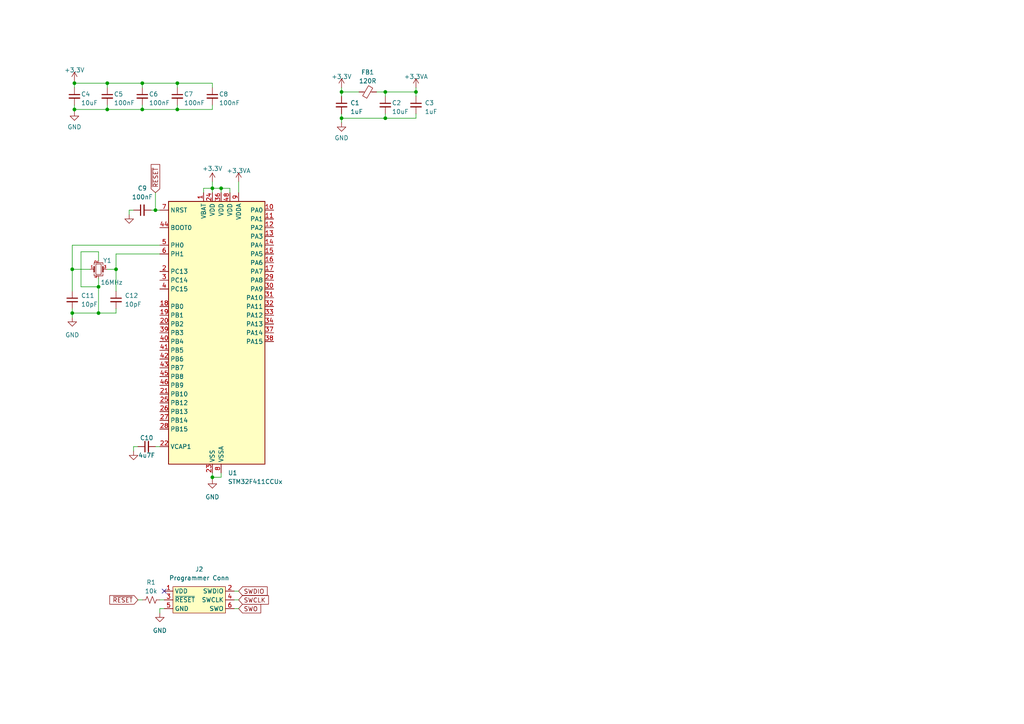
<source format=kicad_sch>
(kicad_sch (version 20230121) (generator eeschema)

  (uuid 6d75b15b-3f94-441d-8633-e669895d332e)

  (paper "A4")

  (lib_symbols
    (symbol "ATL:TC2030" (in_bom yes) (on_board yes)
      (property "Reference" "J" (at 0 5.08 0)
        (effects (font (size 1.27 1.27)))
      )
      (property "Value" "TC2030" (at 0 -5.08 0)
        (effects (font (size 1.27 1.27)))
      )
      (property "Footprint" "Connector:Tag-Connect_TC2030-IDC-NL_2x03_P1.27mm_Vertical" (at 0 0 0)
        (effects (font (size 1.27 1.27)) hide)
      )
      (property "Datasheet" "" (at 0 0 0)
        (effects (font (size 1.27 1.27)) hide)
      )
      (property "ki_fp_filters" "TC2030 2x03" (at 0 0 0)
        (effects (font (size 1.27 1.27)) hide)
      )
      (symbol "TC2030_0_1"
        (rectangle (start -7.62 3.81) (end 7.62 -3.81)
          (stroke (width 0) (type default))
          (fill (type background))
        )
      )
      (symbol "TC2030_1_1"
        (pin power_in line (at -10.16 2.54 0) (length 2.54)
          (name "VDD" (effects (font (size 1.27 1.27))))
          (number "1" (effects (font (size 1.27 1.27))))
        )
        (pin power_in line (at 10.16 2.54 180) (length 2.54)
          (name "SWDIO" (effects (font (size 1.27 1.27))))
          (number "2" (effects (font (size 1.27 1.27))))
        )
        (pin power_in line (at -10.16 0 0) (length 2.54)
          (name "~{RESET}" (effects (font (size 1.27 1.27))))
          (number "3" (effects (font (size 1.27 1.27))))
        )
        (pin power_in line (at 10.16 0 180) (length 2.54)
          (name "SWCLK" (effects (font (size 1.27 1.27))))
          (number "4" (effects (font (size 1.27 1.27))))
        )
        (pin power_in line (at -10.16 -2.54 0) (length 2.54)
          (name "GND" (effects (font (size 1.27 1.27))))
          (number "5" (effects (font (size 1.27 1.27))))
        )
        (pin bidirectional line (at 10.16 -2.54 180) (length 2.54)
          (name "SWO" (effects (font (size 1.27 1.27))))
          (number "6" (effects (font (size 1.27 1.27))))
        )
      )
    )
    (symbol "Device:C_Small" (pin_numbers hide) (pin_names (offset 0.254) hide) (in_bom yes) (on_board yes)
      (property "Reference" "C" (at 0.254 1.778 0)
        (effects (font (size 1.27 1.27)) (justify left))
      )
      (property "Value" "C_Small" (at 0.254 -2.032 0)
        (effects (font (size 1.27 1.27)) (justify left))
      )
      (property "Footprint" "" (at 0 0 0)
        (effects (font (size 1.27 1.27)) hide)
      )
      (property "Datasheet" "~" (at 0 0 0)
        (effects (font (size 1.27 1.27)) hide)
      )
      (property "ki_keywords" "capacitor cap" (at 0 0 0)
        (effects (font (size 1.27 1.27)) hide)
      )
      (property "ki_description" "Unpolarized capacitor, small symbol" (at 0 0 0)
        (effects (font (size 1.27 1.27)) hide)
      )
      (property "ki_fp_filters" "C_*" (at 0 0 0)
        (effects (font (size 1.27 1.27)) hide)
      )
      (symbol "C_Small_0_1"
        (polyline
          (pts
            (xy -1.524 -0.508)
            (xy 1.524 -0.508)
          )
          (stroke (width 0.3302) (type default))
          (fill (type none))
        )
        (polyline
          (pts
            (xy -1.524 0.508)
            (xy 1.524 0.508)
          )
          (stroke (width 0.3048) (type default))
          (fill (type none))
        )
      )
      (symbol "C_Small_1_1"
        (pin passive line (at 0 2.54 270) (length 2.032)
          (name "~" (effects (font (size 1.27 1.27))))
          (number "1" (effects (font (size 1.27 1.27))))
        )
        (pin passive line (at 0 -2.54 90) (length 2.032)
          (name "~" (effects (font (size 1.27 1.27))))
          (number "2" (effects (font (size 1.27 1.27))))
        )
      )
    )
    (symbol "Device:Crystal_GND24_Small" (pin_names (offset 1.016) hide) (in_bom yes) (on_board yes)
      (property "Reference" "Y" (at 1.27 4.445 0)
        (effects (font (size 1.27 1.27)) (justify left))
      )
      (property "Value" "Crystal_GND24_Small" (at 1.27 2.54 0)
        (effects (font (size 1.27 1.27)) (justify left))
      )
      (property "Footprint" "" (at 0 0 0)
        (effects (font (size 1.27 1.27)) hide)
      )
      (property "Datasheet" "~" (at 0 0 0)
        (effects (font (size 1.27 1.27)) hide)
      )
      (property "ki_keywords" "quartz ceramic resonator oscillator" (at 0 0 0)
        (effects (font (size 1.27 1.27)) hide)
      )
      (property "ki_description" "Four pin crystal, GND on pins 2 and 4, small symbol" (at 0 0 0)
        (effects (font (size 1.27 1.27)) hide)
      )
      (property "ki_fp_filters" "Crystal*" (at 0 0 0)
        (effects (font (size 1.27 1.27)) hide)
      )
      (symbol "Crystal_GND24_Small_0_1"
        (rectangle (start -0.762 -1.524) (end 0.762 1.524)
          (stroke (width 0) (type default))
          (fill (type none))
        )
        (polyline
          (pts
            (xy -1.27 -0.762)
            (xy -1.27 0.762)
          )
          (stroke (width 0.381) (type default))
          (fill (type none))
        )
        (polyline
          (pts
            (xy 1.27 -0.762)
            (xy 1.27 0.762)
          )
          (stroke (width 0.381) (type default))
          (fill (type none))
        )
        (polyline
          (pts
            (xy -1.27 -1.27)
            (xy -1.27 -1.905)
            (xy 1.27 -1.905)
            (xy 1.27 -1.27)
          )
          (stroke (width 0) (type default))
          (fill (type none))
        )
        (polyline
          (pts
            (xy -1.27 1.27)
            (xy -1.27 1.905)
            (xy 1.27 1.905)
            (xy 1.27 1.27)
          )
          (stroke (width 0) (type default))
          (fill (type none))
        )
      )
      (symbol "Crystal_GND24_Small_1_1"
        (pin passive line (at -2.54 0 0) (length 1.27)
          (name "1" (effects (font (size 1.27 1.27))))
          (number "1" (effects (font (size 0.762 0.762))))
        )
        (pin passive line (at 0 -2.54 90) (length 0.635)
          (name "2" (effects (font (size 1.27 1.27))))
          (number "2" (effects (font (size 0.762 0.762))))
        )
        (pin passive line (at 2.54 0 180) (length 1.27)
          (name "3" (effects (font (size 1.27 1.27))))
          (number "3" (effects (font (size 0.762 0.762))))
        )
        (pin passive line (at 0 2.54 270) (length 0.635)
          (name "4" (effects (font (size 1.27 1.27))))
          (number "4" (effects (font (size 0.762 0.762))))
        )
      )
    )
    (symbol "Device:FerriteBead_Small" (pin_numbers hide) (pin_names (offset 0)) (in_bom yes) (on_board yes)
      (property "Reference" "FB" (at 1.905 1.27 0)
        (effects (font (size 1.27 1.27)) (justify left))
      )
      (property "Value" "FerriteBead_Small" (at 1.905 -1.27 0)
        (effects (font (size 1.27 1.27)) (justify left))
      )
      (property "Footprint" "" (at -1.778 0 90)
        (effects (font (size 1.27 1.27)) hide)
      )
      (property "Datasheet" "~" (at 0 0 0)
        (effects (font (size 1.27 1.27)) hide)
      )
      (property "ki_keywords" "L ferrite bead inductor filter" (at 0 0 0)
        (effects (font (size 1.27 1.27)) hide)
      )
      (property "ki_description" "Ferrite bead, small symbol" (at 0 0 0)
        (effects (font (size 1.27 1.27)) hide)
      )
      (property "ki_fp_filters" "Inductor_* L_* *Ferrite*" (at 0 0 0)
        (effects (font (size 1.27 1.27)) hide)
      )
      (symbol "FerriteBead_Small_0_1"
        (polyline
          (pts
            (xy 0 -1.27)
            (xy 0 -0.7874)
          )
          (stroke (width 0) (type default))
          (fill (type none))
        )
        (polyline
          (pts
            (xy 0 0.889)
            (xy 0 1.2954)
          )
          (stroke (width 0) (type default))
          (fill (type none))
        )
        (polyline
          (pts
            (xy -1.8288 0.2794)
            (xy -1.1176 1.4986)
            (xy 1.8288 -0.2032)
            (xy 1.1176 -1.4224)
            (xy -1.8288 0.2794)
          )
          (stroke (width 0) (type default))
          (fill (type none))
        )
      )
      (symbol "FerriteBead_Small_1_1"
        (pin passive line (at 0 2.54 270) (length 1.27)
          (name "~" (effects (font (size 1.27 1.27))))
          (number "1" (effects (font (size 1.27 1.27))))
        )
        (pin passive line (at 0 -2.54 90) (length 1.27)
          (name "~" (effects (font (size 1.27 1.27))))
          (number "2" (effects (font (size 1.27 1.27))))
        )
      )
    )
    (symbol "Device:R_Small_US" (pin_numbers hide) (pin_names (offset 0.254) hide) (in_bom yes) (on_board yes)
      (property "Reference" "R" (at 0.762 0.508 0)
        (effects (font (size 1.27 1.27)) (justify left))
      )
      (property "Value" "R_Small_US" (at 0.762 -1.016 0)
        (effects (font (size 1.27 1.27)) (justify left))
      )
      (property "Footprint" "" (at 0 0 0)
        (effects (font (size 1.27 1.27)) hide)
      )
      (property "Datasheet" "~" (at 0 0 0)
        (effects (font (size 1.27 1.27)) hide)
      )
      (property "ki_keywords" "r resistor" (at 0 0 0)
        (effects (font (size 1.27 1.27)) hide)
      )
      (property "ki_description" "Resistor, small US symbol" (at 0 0 0)
        (effects (font (size 1.27 1.27)) hide)
      )
      (property "ki_fp_filters" "R_*" (at 0 0 0)
        (effects (font (size 1.27 1.27)) hide)
      )
      (symbol "R_Small_US_1_1"
        (polyline
          (pts
            (xy 0 0)
            (xy 1.016 -0.381)
            (xy 0 -0.762)
            (xy -1.016 -1.143)
            (xy 0 -1.524)
          )
          (stroke (width 0) (type default))
          (fill (type none))
        )
        (polyline
          (pts
            (xy 0 1.524)
            (xy 1.016 1.143)
            (xy 0 0.762)
            (xy -1.016 0.381)
            (xy 0 0)
          )
          (stroke (width 0) (type default))
          (fill (type none))
        )
        (pin passive line (at 0 2.54 270) (length 1.016)
          (name "~" (effects (font (size 1.27 1.27))))
          (number "1" (effects (font (size 1.27 1.27))))
        )
        (pin passive line (at 0 -2.54 90) (length 1.016)
          (name "~" (effects (font (size 1.27 1.27))))
          (number "2" (effects (font (size 1.27 1.27))))
        )
      )
    )
    (symbol "MCU_ST_STM32F4:STM32F411CCUx" (in_bom yes) (on_board yes)
      (property "Reference" "U" (at -12.7 39.37 0)
        (effects (font (size 1.27 1.27)) (justify left))
      )
      (property "Value" "STM32F411CCUx" (at 10.16 39.37 0)
        (effects (font (size 1.27 1.27)) (justify left))
      )
      (property "Footprint" "Package_DFN_QFN:QFN-48-1EP_7x7mm_P0.5mm_EP5.6x5.6mm" (at -12.7 -38.1 0)
        (effects (font (size 1.27 1.27)) (justify right) hide)
      )
      (property "Datasheet" "https://www.st.com/resource/en/datasheet/stm32f411cc.pdf" (at 0 0 0)
        (effects (font (size 1.27 1.27)) hide)
      )
      (property "ki_locked" "" (at 0 0 0)
        (effects (font (size 1.27 1.27)))
      )
      (property "ki_keywords" "Arm Cortex-M4 STM32F4 STM32F411" (at 0 0 0)
        (effects (font (size 1.27 1.27)) hide)
      )
      (property "ki_description" "STMicroelectronics Arm Cortex-M4 MCU, 256KB flash, 128KB RAM, 100 MHz, 1.7-3.6V, 36 GPIO, UFQFPN48" (at 0 0 0)
        (effects (font (size 1.27 1.27)) hide)
      )
      (property "ki_fp_filters" "QFN*1EP*7x7mm*P0.5mm*" (at 0 0 0)
        (effects (font (size 1.27 1.27)) hide)
      )
      (symbol "STM32F411CCUx_0_1"
        (rectangle (start -12.7 -38.1) (end 15.24 38.1)
          (stroke (width 0.254) (type default))
          (fill (type background))
        )
      )
      (symbol "STM32F411CCUx_1_1"
        (pin power_in line (at -2.54 40.64 270) (length 2.54)
          (name "VBAT" (effects (font (size 1.27 1.27))))
          (number "1" (effects (font (size 1.27 1.27))))
        )
        (pin bidirectional line (at 17.78 35.56 180) (length 2.54)
          (name "PA0" (effects (font (size 1.27 1.27))))
          (number "10" (effects (font (size 1.27 1.27))))
          (alternate "ADC1_IN0" bidirectional line)
          (alternate "SYS_WKUP" bidirectional line)
          (alternate "TIM2_CH1" bidirectional line)
          (alternate "TIM2_ETR" bidirectional line)
          (alternate "TIM5_CH1" bidirectional line)
          (alternate "USART2_CTS" bidirectional line)
        )
        (pin bidirectional line (at 17.78 33.02 180) (length 2.54)
          (name "PA1" (effects (font (size 1.27 1.27))))
          (number "11" (effects (font (size 1.27 1.27))))
          (alternate "ADC1_IN1" bidirectional line)
          (alternate "I2S4_SD" bidirectional line)
          (alternate "SPI4_MOSI" bidirectional line)
          (alternate "TIM2_CH2" bidirectional line)
          (alternate "TIM5_CH2" bidirectional line)
          (alternate "USART2_RTS" bidirectional line)
        )
        (pin bidirectional line (at 17.78 30.48 180) (length 2.54)
          (name "PA2" (effects (font (size 1.27 1.27))))
          (number "12" (effects (font (size 1.27 1.27))))
          (alternate "ADC1_IN2" bidirectional line)
          (alternate "I2S_CKIN" bidirectional line)
          (alternate "TIM2_CH3" bidirectional line)
          (alternate "TIM5_CH3" bidirectional line)
          (alternate "TIM9_CH1" bidirectional line)
          (alternate "USART2_TX" bidirectional line)
        )
        (pin bidirectional line (at 17.78 27.94 180) (length 2.54)
          (name "PA3" (effects (font (size 1.27 1.27))))
          (number "13" (effects (font (size 1.27 1.27))))
          (alternate "ADC1_IN3" bidirectional line)
          (alternate "I2S2_MCK" bidirectional line)
          (alternate "TIM2_CH4" bidirectional line)
          (alternate "TIM5_CH4" bidirectional line)
          (alternate "TIM9_CH2" bidirectional line)
          (alternate "USART2_RX" bidirectional line)
        )
        (pin bidirectional line (at 17.78 25.4 180) (length 2.54)
          (name "PA4" (effects (font (size 1.27 1.27))))
          (number "14" (effects (font (size 1.27 1.27))))
          (alternate "ADC1_IN4" bidirectional line)
          (alternate "I2S1_WS" bidirectional line)
          (alternate "I2S3_WS" bidirectional line)
          (alternate "SPI1_NSS" bidirectional line)
          (alternate "SPI3_NSS" bidirectional line)
          (alternate "USART2_CK" bidirectional line)
        )
        (pin bidirectional line (at 17.78 22.86 180) (length 2.54)
          (name "PA5" (effects (font (size 1.27 1.27))))
          (number "15" (effects (font (size 1.27 1.27))))
          (alternate "ADC1_IN5" bidirectional line)
          (alternate "I2S1_CK" bidirectional line)
          (alternate "SPI1_SCK" bidirectional line)
          (alternate "TIM2_CH1" bidirectional line)
          (alternate "TIM2_ETR" bidirectional line)
        )
        (pin bidirectional line (at 17.78 20.32 180) (length 2.54)
          (name "PA6" (effects (font (size 1.27 1.27))))
          (number "16" (effects (font (size 1.27 1.27))))
          (alternate "ADC1_IN6" bidirectional line)
          (alternate "I2S2_MCK" bidirectional line)
          (alternate "SDIO_CMD" bidirectional line)
          (alternate "SPI1_MISO" bidirectional line)
          (alternate "TIM1_BKIN" bidirectional line)
          (alternate "TIM3_CH1" bidirectional line)
        )
        (pin bidirectional line (at 17.78 17.78 180) (length 2.54)
          (name "PA7" (effects (font (size 1.27 1.27))))
          (number "17" (effects (font (size 1.27 1.27))))
          (alternate "ADC1_IN7" bidirectional line)
          (alternate "I2S1_SD" bidirectional line)
          (alternate "SPI1_MOSI" bidirectional line)
          (alternate "TIM1_CH1N" bidirectional line)
          (alternate "TIM3_CH2" bidirectional line)
        )
        (pin bidirectional line (at -15.24 7.62 0) (length 2.54)
          (name "PB0" (effects (font (size 1.27 1.27))))
          (number "18" (effects (font (size 1.27 1.27))))
          (alternate "ADC1_IN8" bidirectional line)
          (alternate "I2S5_CK" bidirectional line)
          (alternate "SPI5_SCK" bidirectional line)
          (alternate "TIM1_CH2N" bidirectional line)
          (alternate "TIM3_CH3" bidirectional line)
        )
        (pin bidirectional line (at -15.24 5.08 0) (length 2.54)
          (name "PB1" (effects (font (size 1.27 1.27))))
          (number "19" (effects (font (size 1.27 1.27))))
          (alternate "ADC1_IN9" bidirectional line)
          (alternate "I2S5_WS" bidirectional line)
          (alternate "SPI5_NSS" bidirectional line)
          (alternate "TIM1_CH3N" bidirectional line)
          (alternate "TIM3_CH4" bidirectional line)
        )
        (pin bidirectional line (at -15.24 17.78 0) (length 2.54)
          (name "PC13" (effects (font (size 1.27 1.27))))
          (number "2" (effects (font (size 1.27 1.27))))
          (alternate "RTC_AF1" bidirectional line)
        )
        (pin bidirectional line (at -15.24 2.54 0) (length 2.54)
          (name "PB2" (effects (font (size 1.27 1.27))))
          (number "20" (effects (font (size 1.27 1.27))))
        )
        (pin bidirectional line (at -15.24 -17.78 0) (length 2.54)
          (name "PB10" (effects (font (size 1.27 1.27))))
          (number "21" (effects (font (size 1.27 1.27))))
          (alternate "I2C2_SCL" bidirectional line)
          (alternate "I2S2_CK" bidirectional line)
          (alternate "I2S3_MCK" bidirectional line)
          (alternate "SDIO_D7" bidirectional line)
          (alternate "SPI2_SCK" bidirectional line)
          (alternate "TIM2_CH3" bidirectional line)
        )
        (pin power_out line (at -15.24 -33.02 0) (length 2.54)
          (name "VCAP1" (effects (font (size 1.27 1.27))))
          (number "22" (effects (font (size 1.27 1.27))))
        )
        (pin power_in line (at 0 -40.64 90) (length 2.54)
          (name "VSS" (effects (font (size 1.27 1.27))))
          (number "23" (effects (font (size 1.27 1.27))))
        )
        (pin power_in line (at 0 40.64 270) (length 2.54)
          (name "VDD" (effects (font (size 1.27 1.27))))
          (number "24" (effects (font (size 1.27 1.27))))
        )
        (pin bidirectional line (at -15.24 -20.32 0) (length 2.54)
          (name "PB12" (effects (font (size 1.27 1.27))))
          (number "25" (effects (font (size 1.27 1.27))))
          (alternate "I2C2_SMBA" bidirectional line)
          (alternate "I2S2_WS" bidirectional line)
          (alternate "I2S3_CK" bidirectional line)
          (alternate "I2S4_WS" bidirectional line)
          (alternate "SPI2_NSS" bidirectional line)
          (alternate "SPI3_SCK" bidirectional line)
          (alternate "SPI4_NSS" bidirectional line)
          (alternate "TIM1_BKIN" bidirectional line)
        )
        (pin bidirectional line (at -15.24 -22.86 0) (length 2.54)
          (name "PB13" (effects (font (size 1.27 1.27))))
          (number "26" (effects (font (size 1.27 1.27))))
          (alternate "I2S2_CK" bidirectional line)
          (alternate "I2S4_CK" bidirectional line)
          (alternate "SPI2_SCK" bidirectional line)
          (alternate "SPI4_SCK" bidirectional line)
          (alternate "TIM1_CH1N" bidirectional line)
        )
        (pin bidirectional line (at -15.24 -25.4 0) (length 2.54)
          (name "PB14" (effects (font (size 1.27 1.27))))
          (number "27" (effects (font (size 1.27 1.27))))
          (alternate "I2S2_ext_SD" bidirectional line)
          (alternate "SDIO_D6" bidirectional line)
          (alternate "SPI2_MISO" bidirectional line)
          (alternate "TIM1_CH2N" bidirectional line)
        )
        (pin bidirectional line (at -15.24 -27.94 0) (length 2.54)
          (name "PB15" (effects (font (size 1.27 1.27))))
          (number "28" (effects (font (size 1.27 1.27))))
          (alternate "ADC1_EXTI15" bidirectional line)
          (alternate "I2S2_SD" bidirectional line)
          (alternate "RTC_REFIN" bidirectional line)
          (alternate "SDIO_CK" bidirectional line)
          (alternate "SPI2_MOSI" bidirectional line)
          (alternate "TIM1_CH3N" bidirectional line)
        )
        (pin bidirectional line (at 17.78 15.24 180) (length 2.54)
          (name "PA8" (effects (font (size 1.27 1.27))))
          (number "29" (effects (font (size 1.27 1.27))))
          (alternate "I2C3_SCL" bidirectional line)
          (alternate "RCC_MCO_1" bidirectional line)
          (alternate "SDIO_D1" bidirectional line)
          (alternate "TIM1_CH1" bidirectional line)
          (alternate "USART1_CK" bidirectional line)
          (alternate "USB_OTG_FS_SOF" bidirectional line)
        )
        (pin bidirectional line (at -15.24 15.24 0) (length 2.54)
          (name "PC14" (effects (font (size 1.27 1.27))))
          (number "3" (effects (font (size 1.27 1.27))))
          (alternate "RCC_OSC32_IN" bidirectional line)
        )
        (pin bidirectional line (at 17.78 12.7 180) (length 2.54)
          (name "PA9" (effects (font (size 1.27 1.27))))
          (number "30" (effects (font (size 1.27 1.27))))
          (alternate "I2C3_SMBA" bidirectional line)
          (alternate "SDIO_D2" bidirectional line)
          (alternate "TIM1_CH2" bidirectional line)
          (alternate "USART1_TX" bidirectional line)
          (alternate "USB_OTG_FS_VBUS" bidirectional line)
        )
        (pin bidirectional line (at 17.78 10.16 180) (length 2.54)
          (name "PA10" (effects (font (size 1.27 1.27))))
          (number "31" (effects (font (size 1.27 1.27))))
          (alternate "I2S5_SD" bidirectional line)
          (alternate "SPI5_MOSI" bidirectional line)
          (alternate "TIM1_CH3" bidirectional line)
          (alternate "USART1_RX" bidirectional line)
          (alternate "USB_OTG_FS_ID" bidirectional line)
        )
        (pin bidirectional line (at 17.78 7.62 180) (length 2.54)
          (name "PA11" (effects (font (size 1.27 1.27))))
          (number "32" (effects (font (size 1.27 1.27))))
          (alternate "ADC1_EXTI11" bidirectional line)
          (alternate "SPI4_MISO" bidirectional line)
          (alternate "TIM1_CH4" bidirectional line)
          (alternate "USART1_CTS" bidirectional line)
          (alternate "USART6_TX" bidirectional line)
          (alternate "USB_OTG_FS_DM" bidirectional line)
        )
        (pin bidirectional line (at 17.78 5.08 180) (length 2.54)
          (name "PA12" (effects (font (size 1.27 1.27))))
          (number "33" (effects (font (size 1.27 1.27))))
          (alternate "SPI5_MISO" bidirectional line)
          (alternate "TIM1_ETR" bidirectional line)
          (alternate "USART1_RTS" bidirectional line)
          (alternate "USART6_RX" bidirectional line)
          (alternate "USB_OTG_FS_DP" bidirectional line)
        )
        (pin bidirectional line (at 17.78 2.54 180) (length 2.54)
          (name "PA13" (effects (font (size 1.27 1.27))))
          (number "34" (effects (font (size 1.27 1.27))))
          (alternate "SYS_JTMS-SWDIO" bidirectional line)
        )
        (pin passive line (at 0 -40.64 90) (length 2.54) hide
          (name "VSS" (effects (font (size 1.27 1.27))))
          (number "35" (effects (font (size 1.27 1.27))))
        )
        (pin power_in line (at 2.54 40.64 270) (length 2.54)
          (name "VDD" (effects (font (size 1.27 1.27))))
          (number "36" (effects (font (size 1.27 1.27))))
        )
        (pin bidirectional line (at 17.78 0 180) (length 2.54)
          (name "PA14" (effects (font (size 1.27 1.27))))
          (number "37" (effects (font (size 1.27 1.27))))
          (alternate "SYS_JTCK-SWCLK" bidirectional line)
        )
        (pin bidirectional line (at 17.78 -2.54 180) (length 2.54)
          (name "PA15" (effects (font (size 1.27 1.27))))
          (number "38" (effects (font (size 1.27 1.27))))
          (alternate "ADC1_EXTI15" bidirectional line)
          (alternate "I2S1_WS" bidirectional line)
          (alternate "I2S3_WS" bidirectional line)
          (alternate "SPI1_NSS" bidirectional line)
          (alternate "SPI3_NSS" bidirectional line)
          (alternate "SYS_JTDI" bidirectional line)
          (alternate "TIM2_CH1" bidirectional line)
          (alternate "TIM2_ETR" bidirectional line)
          (alternate "USART1_TX" bidirectional line)
        )
        (pin bidirectional line (at -15.24 0 0) (length 2.54)
          (name "PB3" (effects (font (size 1.27 1.27))))
          (number "39" (effects (font (size 1.27 1.27))))
          (alternate "I2C2_SDA" bidirectional line)
          (alternate "I2S1_CK" bidirectional line)
          (alternate "I2S3_CK" bidirectional line)
          (alternate "SPI1_SCK" bidirectional line)
          (alternate "SPI3_SCK" bidirectional line)
          (alternate "SYS_JTDO-SWO" bidirectional line)
          (alternate "TIM2_CH2" bidirectional line)
          (alternate "USART1_RX" bidirectional line)
        )
        (pin bidirectional line (at -15.24 12.7 0) (length 2.54)
          (name "PC15" (effects (font (size 1.27 1.27))))
          (number "4" (effects (font (size 1.27 1.27))))
          (alternate "ADC1_EXTI15" bidirectional line)
          (alternate "RCC_OSC32_OUT" bidirectional line)
        )
        (pin bidirectional line (at -15.24 -2.54 0) (length 2.54)
          (name "PB4" (effects (font (size 1.27 1.27))))
          (number "40" (effects (font (size 1.27 1.27))))
          (alternate "I2C3_SDA" bidirectional line)
          (alternate "I2S3_ext_SD" bidirectional line)
          (alternate "SDIO_D0" bidirectional line)
          (alternate "SPI1_MISO" bidirectional line)
          (alternate "SPI3_MISO" bidirectional line)
          (alternate "SYS_JTRST" bidirectional line)
          (alternate "TIM3_CH1" bidirectional line)
        )
        (pin bidirectional line (at -15.24 -5.08 0) (length 2.54)
          (name "PB5" (effects (font (size 1.27 1.27))))
          (number "41" (effects (font (size 1.27 1.27))))
          (alternate "I2C1_SMBA" bidirectional line)
          (alternate "I2S1_SD" bidirectional line)
          (alternate "I2S3_SD" bidirectional line)
          (alternate "SDIO_D3" bidirectional line)
          (alternate "SPI1_MOSI" bidirectional line)
          (alternate "SPI3_MOSI" bidirectional line)
          (alternate "TIM3_CH2" bidirectional line)
        )
        (pin bidirectional line (at -15.24 -7.62 0) (length 2.54)
          (name "PB6" (effects (font (size 1.27 1.27))))
          (number "42" (effects (font (size 1.27 1.27))))
          (alternate "I2C1_SCL" bidirectional line)
          (alternate "TIM4_CH1" bidirectional line)
          (alternate "USART1_TX" bidirectional line)
        )
        (pin bidirectional line (at -15.24 -10.16 0) (length 2.54)
          (name "PB7" (effects (font (size 1.27 1.27))))
          (number "43" (effects (font (size 1.27 1.27))))
          (alternate "I2C1_SDA" bidirectional line)
          (alternate "SDIO_D0" bidirectional line)
          (alternate "TIM4_CH2" bidirectional line)
          (alternate "USART1_RX" bidirectional line)
        )
        (pin input line (at -15.24 30.48 0) (length 2.54)
          (name "BOOT0" (effects (font (size 1.27 1.27))))
          (number "44" (effects (font (size 1.27 1.27))))
        )
        (pin bidirectional line (at -15.24 -12.7 0) (length 2.54)
          (name "PB8" (effects (font (size 1.27 1.27))))
          (number "45" (effects (font (size 1.27 1.27))))
          (alternate "I2C1_SCL" bidirectional line)
          (alternate "I2C3_SDA" bidirectional line)
          (alternate "I2S5_SD" bidirectional line)
          (alternate "SDIO_D4" bidirectional line)
          (alternate "SPI5_MOSI" bidirectional line)
          (alternate "TIM10_CH1" bidirectional line)
          (alternate "TIM4_CH3" bidirectional line)
        )
        (pin bidirectional line (at -15.24 -15.24 0) (length 2.54)
          (name "PB9" (effects (font (size 1.27 1.27))))
          (number "46" (effects (font (size 1.27 1.27))))
          (alternate "I2C1_SDA" bidirectional line)
          (alternate "I2C2_SDA" bidirectional line)
          (alternate "I2S2_WS" bidirectional line)
          (alternate "SDIO_D5" bidirectional line)
          (alternate "SPI2_NSS" bidirectional line)
          (alternate "TIM11_CH1" bidirectional line)
          (alternate "TIM4_CH4" bidirectional line)
        )
        (pin passive line (at 0 -40.64 90) (length 2.54) hide
          (name "VSS" (effects (font (size 1.27 1.27))))
          (number "47" (effects (font (size 1.27 1.27))))
        )
        (pin power_in line (at 5.08 40.64 270) (length 2.54)
          (name "VDD" (effects (font (size 1.27 1.27))))
          (number "48" (effects (font (size 1.27 1.27))))
        )
        (pin passive line (at 0 -40.64 90) (length 2.54) hide
          (name "VSS" (effects (font (size 1.27 1.27))))
          (number "49" (effects (font (size 1.27 1.27))))
        )
        (pin bidirectional line (at -15.24 25.4 0) (length 2.54)
          (name "PH0" (effects (font (size 1.27 1.27))))
          (number "5" (effects (font (size 1.27 1.27))))
          (alternate "RCC_OSC_IN" bidirectional line)
        )
        (pin bidirectional line (at -15.24 22.86 0) (length 2.54)
          (name "PH1" (effects (font (size 1.27 1.27))))
          (number "6" (effects (font (size 1.27 1.27))))
          (alternate "RCC_OSC_OUT" bidirectional line)
        )
        (pin input line (at -15.24 35.56 0) (length 2.54)
          (name "NRST" (effects (font (size 1.27 1.27))))
          (number "7" (effects (font (size 1.27 1.27))))
        )
        (pin power_in line (at 2.54 -40.64 90) (length 2.54)
          (name "VSSA" (effects (font (size 1.27 1.27))))
          (number "8" (effects (font (size 1.27 1.27))))
        )
        (pin power_in line (at 7.62 40.64 270) (length 2.54)
          (name "VDDA" (effects (font (size 1.27 1.27))))
          (number "9" (effects (font (size 1.27 1.27))))
        )
      )
    )
    (symbol "power:+3.3V" (power) (pin_names (offset 0)) (in_bom yes) (on_board yes)
      (property "Reference" "#PWR" (at 0 -3.81 0)
        (effects (font (size 1.27 1.27)) hide)
      )
      (property "Value" "+3.3V" (at 0 3.556 0)
        (effects (font (size 1.27 1.27)))
      )
      (property "Footprint" "" (at 0 0 0)
        (effects (font (size 1.27 1.27)) hide)
      )
      (property "Datasheet" "" (at 0 0 0)
        (effects (font (size 1.27 1.27)) hide)
      )
      (property "ki_keywords" "global power" (at 0 0 0)
        (effects (font (size 1.27 1.27)) hide)
      )
      (property "ki_description" "Power symbol creates a global label with name \"+3.3V\"" (at 0 0 0)
        (effects (font (size 1.27 1.27)) hide)
      )
      (symbol "+3.3V_0_1"
        (polyline
          (pts
            (xy -0.762 1.27)
            (xy 0 2.54)
          )
          (stroke (width 0) (type default))
          (fill (type none))
        )
        (polyline
          (pts
            (xy 0 0)
            (xy 0 2.54)
          )
          (stroke (width 0) (type default))
          (fill (type none))
        )
        (polyline
          (pts
            (xy 0 2.54)
            (xy 0.762 1.27)
          )
          (stroke (width 0) (type default))
          (fill (type none))
        )
      )
      (symbol "+3.3V_1_1"
        (pin power_in line (at 0 0 90) (length 0) hide
          (name "+3.3V" (effects (font (size 1.27 1.27))))
          (number "1" (effects (font (size 1.27 1.27))))
        )
      )
    )
    (symbol "power:+3.3VA" (power) (pin_names (offset 0)) (in_bom yes) (on_board yes)
      (property "Reference" "#PWR" (at 0 -3.81 0)
        (effects (font (size 1.27 1.27)) hide)
      )
      (property "Value" "+3.3VA" (at 0 3.556 0)
        (effects (font (size 1.27 1.27)))
      )
      (property "Footprint" "" (at 0 0 0)
        (effects (font (size 1.27 1.27)) hide)
      )
      (property "Datasheet" "" (at 0 0 0)
        (effects (font (size 1.27 1.27)) hide)
      )
      (property "ki_keywords" "global power" (at 0 0 0)
        (effects (font (size 1.27 1.27)) hide)
      )
      (property "ki_description" "Power symbol creates a global label with name \"+3.3VA\"" (at 0 0 0)
        (effects (font (size 1.27 1.27)) hide)
      )
      (symbol "+3.3VA_0_1"
        (polyline
          (pts
            (xy -0.762 1.27)
            (xy 0 2.54)
          )
          (stroke (width 0) (type default))
          (fill (type none))
        )
        (polyline
          (pts
            (xy 0 0)
            (xy 0 2.54)
          )
          (stroke (width 0) (type default))
          (fill (type none))
        )
        (polyline
          (pts
            (xy 0 2.54)
            (xy 0.762 1.27)
          )
          (stroke (width 0) (type default))
          (fill (type none))
        )
      )
      (symbol "+3.3VA_1_1"
        (pin power_in line (at 0 0 90) (length 0) hide
          (name "+3.3VA" (effects (font (size 1.27 1.27))))
          (number "1" (effects (font (size 1.27 1.27))))
        )
      )
    )
    (symbol "power:GND" (power) (pin_names (offset 0)) (in_bom yes) (on_board yes)
      (property "Reference" "#PWR" (at 0 -6.35 0)
        (effects (font (size 1.27 1.27)) hide)
      )
      (property "Value" "GND" (at 0 -3.81 0)
        (effects (font (size 1.27 1.27)))
      )
      (property "Footprint" "" (at 0 0 0)
        (effects (font (size 1.27 1.27)) hide)
      )
      (property "Datasheet" "" (at 0 0 0)
        (effects (font (size 1.27 1.27)) hide)
      )
      (property "ki_keywords" "global power" (at 0 0 0)
        (effects (font (size 1.27 1.27)) hide)
      )
      (property "ki_description" "Power symbol creates a global label with name \"GND\" , ground" (at 0 0 0)
        (effects (font (size 1.27 1.27)) hide)
      )
      (symbol "GND_0_1"
        (polyline
          (pts
            (xy 0 0)
            (xy 0 -1.27)
            (xy 1.27 -1.27)
            (xy 0 -2.54)
            (xy -1.27 -1.27)
            (xy 0 -1.27)
          )
          (stroke (width 0) (type default))
          (fill (type none))
        )
      )
      (symbol "GND_1_1"
        (pin power_in line (at 0 0 270) (length 0) hide
          (name "GND" (effects (font (size 1.27 1.27))))
          (number "1" (effects (font (size 1.27 1.27))))
        )
      )
    )
  )

  (junction (at 111.76 34.29) (diameter 0) (color 0 0 0 0)
    (uuid 0907b3f6-ca86-4912-9068-9fa028b6566f)
  )
  (junction (at 45.085 60.96) (diameter 0) (color 0 0 0 0)
    (uuid 0a1b3133-694d-4d9d-a5cc-ec6c3a506189)
  )
  (junction (at 61.595 138.43) (diameter 0) (color 0 0 0 0)
    (uuid 0c79db44-0764-4b67-b2fb-acd47db4037b)
  )
  (junction (at 31.115 31.75) (diameter 0) (color 0 0 0 0)
    (uuid 13df6d44-8c74-4d0d-9d13-838a91dee6f2)
  )
  (junction (at 51.435 31.75) (diameter 0) (color 0 0 0 0)
    (uuid 14a5712a-2cde-4257-85fb-56ccdbca6e73)
  )
  (junction (at 31.115 24.13) (diameter 0) (color 0 0 0 0)
    (uuid 1c700fa1-2df9-4f97-9d0b-eeadbc23093a)
  )
  (junction (at 28.575 90.805) (diameter 0) (color 0 0 0 0)
    (uuid 1c80dae8-ce9d-42d7-8ae9-60d511107675)
  )
  (junction (at 111.76 26.67) (diameter 0) (color 0 0 0 0)
    (uuid 2e66f2c6-e7ca-4c68-908f-07561cd67070)
  )
  (junction (at 99.06 26.67) (diameter 0) (color 0 0 0 0)
    (uuid 406e5e0b-583d-407b-9e49-f5d306ef8a07)
  )
  (junction (at 28.575 83.185) (diameter 0) (color 0 0 0 0)
    (uuid 421e82e6-0ec3-47db-b3e8-081bf6d46c74)
  )
  (junction (at 51.435 24.13) (diameter 0) (color 0 0 0 0)
    (uuid 4d317486-19dd-430f-a980-078b7cf28b8e)
  )
  (junction (at 41.275 24.13) (diameter 0) (color 0 0 0 0)
    (uuid 59783d31-518d-4ba6-a90b-e81cc7f86105)
  )
  (junction (at 21.59 24.13) (diameter 0) (color 0 0 0 0)
    (uuid 656ca24c-99b5-41f8-8189-405c9abe9792)
  )
  (junction (at 99.06 34.29) (diameter 0) (color 0 0 0 0)
    (uuid 65daebb0-b4de-4822-bdaf-a725553ad906)
  )
  (junction (at 21.59 31.75) (diameter 0) (color 0 0 0 0)
    (uuid 92b5652b-722c-42ae-8b56-9538fef9a277)
  )
  (junction (at 20.955 78.105) (diameter 0) (color 0 0 0 0)
    (uuid b5873403-ccb8-4769-bf1c-83790834b00d)
  )
  (junction (at 33.655 78.105) (diameter 0) (color 0 0 0 0)
    (uuid b5feba3a-e27c-4492-af13-934e40dbb1fd)
  )
  (junction (at 120.65 26.67) (diameter 0) (color 0 0 0 0)
    (uuid bcc73d0c-4fe7-43fb-8ca0-cd0ce97e74a8)
  )
  (junction (at 20.955 90.805) (diameter 0) (color 0 0 0 0)
    (uuid d34a1a09-7321-4e20-b398-374d1400a676)
  )
  (junction (at 64.135 54.61) (diameter 0) (color 0 0 0 0)
    (uuid e36aa0c0-e2a2-4c86-b413-000efe7209ef)
  )
  (junction (at 41.275 31.75) (diameter 0) (color 0 0 0 0)
    (uuid eae4618a-5f13-4fce-b9ae-23172fd647dd)
  )
  (junction (at 61.595 54.61) (diameter 0) (color 0 0 0 0)
    (uuid ee0393d4-2212-4282-984a-f977bd4a2df0)
  )

  (no_connect (at 47.625 171.45) (uuid 1b9e7023-5c20-4f3f-bbfa-3109413312b6))

  (wire (pts (xy 69.215 52.705) (xy 69.215 55.88))
    (stroke (width 0) (type default))
    (uuid 07f8d0f1-166e-4048-9106-c5011fe34f8f)
  )
  (wire (pts (xy 111.76 34.29) (xy 120.65 34.29))
    (stroke (width 0) (type default))
    (uuid 0c2fedb7-5484-4589-a8ff-db58c26a1ddd)
  )
  (wire (pts (xy 31.115 30.48) (xy 31.115 31.75))
    (stroke (width 0) (type default))
    (uuid 0cdc7dc5-cc07-43d9-a544-4b1f68d45e7f)
  )
  (wire (pts (xy 38.735 129.54) (xy 40.005 129.54))
    (stroke (width 0) (type default))
    (uuid 0e5ea536-a49a-4a69-85da-e40d3e4e147e)
  )
  (wire (pts (xy 66.675 54.61) (xy 66.675 55.88))
    (stroke (width 0) (type default))
    (uuid 152a8cfb-fc1a-4d07-902f-b04c0726768d)
  )
  (wire (pts (xy 99.06 26.67) (xy 99.06 27.94))
    (stroke (width 0) (type default))
    (uuid 170a95c4-96d5-487e-8964-dbc991c7d480)
  )
  (wire (pts (xy 109.22 26.67) (xy 111.76 26.67))
    (stroke (width 0) (type default))
    (uuid 1b97ac55-dc46-414f-92de-6ba2788a8389)
  )
  (wire (pts (xy 33.655 78.105) (xy 31.115 78.105))
    (stroke (width 0) (type default))
    (uuid 1fee844b-7586-4009-9795-b3f8d8e30478)
  )
  (wire (pts (xy 43.815 60.96) (xy 45.085 60.96))
    (stroke (width 0) (type default))
    (uuid 20423074-89bd-463b-99a0-24d5132e09c7)
  )
  (wire (pts (xy 21.59 24.13) (xy 31.115 24.13))
    (stroke (width 0) (type default))
    (uuid 242f346b-c9c0-4609-bcfc-fbedd918f257)
  )
  (wire (pts (xy 23.495 83.185) (xy 28.575 83.185))
    (stroke (width 0) (type default))
    (uuid 2819b0d3-7eb8-46e5-bb13-1b346bbf77d5)
  )
  (wire (pts (xy 61.595 138.43) (xy 61.595 139.065))
    (stroke (width 0) (type default))
    (uuid 28f32ee1-411b-4b54-8193-ec85e24296a5)
  )
  (wire (pts (xy 38.735 130.81) (xy 38.735 129.54))
    (stroke (width 0) (type default))
    (uuid 2b98f88a-1939-4be9-b0ec-4812dd210e38)
  )
  (wire (pts (xy 61.595 52.705) (xy 61.595 54.61))
    (stroke (width 0) (type default))
    (uuid 301a5434-9c7c-4b94-ac12-f8338aabcef1)
  )
  (wire (pts (xy 40.005 173.99) (xy 41.275 173.99))
    (stroke (width 0) (type default))
    (uuid 30a2b95a-9528-4c18-b344-97c789ad51cc)
  )
  (wire (pts (xy 99.06 35.56) (xy 99.06 34.29))
    (stroke (width 0) (type default))
    (uuid 30f847a5-cb8d-42f2-9910-695a2354a8e9)
  )
  (wire (pts (xy 20.955 84.455) (xy 20.955 78.105))
    (stroke (width 0) (type default))
    (uuid 31816351-3e42-4034-9421-295ae0b9872e)
  )
  (wire (pts (xy 99.06 25.4) (xy 99.06 26.67))
    (stroke (width 0) (type default))
    (uuid 3481387e-27fe-4e91-b0fd-417270a4cf72)
  )
  (wire (pts (xy 21.59 31.75) (xy 21.59 32.385))
    (stroke (width 0) (type default))
    (uuid 3526d96a-e607-412b-a984-887d35e14225)
  )
  (wire (pts (xy 61.595 25.4) (xy 61.595 24.13))
    (stroke (width 0) (type default))
    (uuid 36fdc2e0-0daa-42d4-89a4-455c937afc72)
  )
  (wire (pts (xy 28.575 90.805) (xy 33.655 90.805))
    (stroke (width 0) (type default))
    (uuid 3a744aab-13b9-4e21-825d-3d8c078602c6)
  )
  (wire (pts (xy 31.115 24.13) (xy 41.275 24.13))
    (stroke (width 0) (type default))
    (uuid 405fe640-7544-4b47-8223-405aff6ea0b5)
  )
  (wire (pts (xy 51.435 24.13) (xy 61.595 24.13))
    (stroke (width 0) (type default))
    (uuid 4f13d3e2-2e29-48c3-81eb-06f56d6632ed)
  )
  (wire (pts (xy 64.135 138.43) (xy 64.135 137.16))
    (stroke (width 0) (type default))
    (uuid 51a47be3-6ede-433c-bf4f-1413bfa3302e)
  )
  (wire (pts (xy 51.435 24.13) (xy 51.435 25.4))
    (stroke (width 0) (type default))
    (uuid 52464af8-56c9-4c1e-82de-bb38932d9f81)
  )
  (wire (pts (xy 120.65 33.02) (xy 120.65 34.29))
    (stroke (width 0) (type default))
    (uuid 53166206-a874-442b-87ad-fd42f6d4cb25)
  )
  (wire (pts (xy 46.355 173.99) (xy 47.625 173.99))
    (stroke (width 0) (type default))
    (uuid 551a9b6d-84ad-4a93-b1a1-fe42cf1236b2)
  )
  (wire (pts (xy 67.945 171.45) (xy 69.215 171.45))
    (stroke (width 0) (type default))
    (uuid 56e27357-7919-42e6-87fe-acdf5695e85d)
  )
  (wire (pts (xy 20.955 90.805) (xy 28.575 90.805))
    (stroke (width 0) (type default))
    (uuid 596c42c2-6f10-4543-adc0-c8f4353b4d46)
  )
  (wire (pts (xy 46.355 71.12) (xy 20.955 71.12))
    (stroke (width 0) (type default))
    (uuid 5bfa37b2-9115-4e8f-b300-670229be9849)
  )
  (wire (pts (xy 67.945 173.99) (xy 69.215 173.99))
    (stroke (width 0) (type default))
    (uuid 5c52d97b-6063-4df5-bc18-422b0a7aca60)
  )
  (wire (pts (xy 28.575 73.025) (xy 23.495 73.025))
    (stroke (width 0) (type default))
    (uuid 606491b2-a3f3-4f0e-b596-7c696f187261)
  )
  (wire (pts (xy 21.59 24.13) (xy 21.59 25.4))
    (stroke (width 0) (type default))
    (uuid 628c68f2-aff2-429f-83b1-8a79a5bf464a)
  )
  (wire (pts (xy 20.955 89.535) (xy 20.955 90.805))
    (stroke (width 0) (type default))
    (uuid 63a04457-73cb-4a12-a5c6-5f48d53c3e64)
  )
  (wire (pts (xy 64.135 54.61) (xy 64.135 55.88))
    (stroke (width 0) (type default))
    (uuid 6ac668a6-6740-4380-811f-ff820860d151)
  )
  (wire (pts (xy 20.955 90.805) (xy 20.955 92.075))
    (stroke (width 0) (type default))
    (uuid 6d053490-f3fc-4c35-afad-1419d537764d)
  )
  (wire (pts (xy 45.085 129.54) (xy 46.355 129.54))
    (stroke (width 0) (type default))
    (uuid 7027f888-bb4b-42c6-9515-059abb12200b)
  )
  (wire (pts (xy 28.575 83.185) (xy 28.575 90.805))
    (stroke (width 0) (type default))
    (uuid 7862a963-6a5b-46ae-9551-a9bccba321c5)
  )
  (wire (pts (xy 59.055 54.61) (xy 59.055 55.88))
    (stroke (width 0) (type default))
    (uuid 7e7a50d8-c41d-49f0-b669-101d2a337668)
  )
  (wire (pts (xy 61.595 30.48) (xy 61.595 31.75))
    (stroke (width 0) (type default))
    (uuid 8414f810-01b0-4a2e-9e49-86c492bf664c)
  )
  (wire (pts (xy 45.085 60.96) (xy 46.355 60.96))
    (stroke (width 0) (type default))
    (uuid 851591b3-81ad-4da0-a6d7-05117bf88d9e)
  )
  (wire (pts (xy 111.76 26.67) (xy 120.65 26.67))
    (stroke (width 0) (type default))
    (uuid 89ae913b-1e7e-4782-83be-b831bbb5c87b)
  )
  (wire (pts (xy 67.945 176.53) (xy 69.215 176.53))
    (stroke (width 0) (type default))
    (uuid 8cdce7cc-bb4f-4e7a-a447-f0327d049dda)
  )
  (wire (pts (xy 33.655 73.66) (xy 33.655 78.105))
    (stroke (width 0) (type default))
    (uuid 8f9f5be3-e3d0-4136-98a3-c3c346fe7da4)
  )
  (wire (pts (xy 21.59 23.495) (xy 21.59 24.13))
    (stroke (width 0) (type default))
    (uuid 91160b64-f649-4777-8749-453d7eab6679)
  )
  (wire (pts (xy 41.275 31.75) (xy 31.115 31.75))
    (stroke (width 0) (type default))
    (uuid 955b0ad5-27ee-48c9-9fe6-dbb74d3be84f)
  )
  (wire (pts (xy 99.06 26.67) (xy 104.14 26.67))
    (stroke (width 0) (type default))
    (uuid 97aaf0a0-f58c-4a7c-8b03-078ac87d9a20)
  )
  (wire (pts (xy 28.575 83.185) (xy 28.575 80.645))
    (stroke (width 0) (type default))
    (uuid 97b790ca-2df5-4d18-a5dc-507b59d52184)
  )
  (wire (pts (xy 61.595 54.61) (xy 61.595 55.88))
    (stroke (width 0) (type default))
    (uuid 9a78575b-24e0-48c8-9a23-ecd855fed9b8)
  )
  (wire (pts (xy 31.115 31.75) (xy 21.59 31.75))
    (stroke (width 0) (type default))
    (uuid 9a849875-29ac-475c-8df8-da5f0c79f5cc)
  )
  (wire (pts (xy 21.59 30.48) (xy 21.59 31.75))
    (stroke (width 0) (type default))
    (uuid 9b636d51-a9b7-496e-8764-d3617bcd0665)
  )
  (wire (pts (xy 64.135 54.61) (xy 66.675 54.61))
    (stroke (width 0) (type default))
    (uuid 9f4d30c6-fcd2-446e-8ee6-cbd8bd61642c)
  )
  (wire (pts (xy 46.355 177.8) (xy 46.355 176.53))
    (stroke (width 0) (type default))
    (uuid a4309dc2-9534-40c9-8978-f323545a994c)
  )
  (wire (pts (xy 41.275 30.48) (xy 41.275 31.75))
    (stroke (width 0) (type default))
    (uuid a439566b-da84-4116-8cfd-dd56e7512659)
  )
  (wire (pts (xy 31.115 24.13) (xy 31.115 25.4))
    (stroke (width 0) (type default))
    (uuid a4da799c-4ee2-424a-84c4-5ef395bf25a0)
  )
  (wire (pts (xy 111.76 26.67) (xy 111.76 27.94))
    (stroke (width 0) (type default))
    (uuid a54bfdd9-f500-40f3-a81f-67d9a3c2f436)
  )
  (wire (pts (xy 46.355 176.53) (xy 47.625 176.53))
    (stroke (width 0) (type default))
    (uuid a85fceea-a2c3-4eb8-a1b3-a3ef6b3c2b84)
  )
  (wire (pts (xy 51.435 30.48) (xy 51.435 31.75))
    (stroke (width 0) (type default))
    (uuid afb49bc6-3ffb-4008-a0a3-b9a418d69037)
  )
  (wire (pts (xy 120.65 25.4) (xy 120.65 26.67))
    (stroke (width 0) (type default))
    (uuid b2c6bce8-3646-468a-9de4-7b80e93da202)
  )
  (wire (pts (xy 120.65 26.67) (xy 120.65 27.94))
    (stroke (width 0) (type default))
    (uuid b34cb124-df27-433e-b0c1-7f7455369dd0)
  )
  (wire (pts (xy 61.595 137.16) (xy 61.595 138.43))
    (stroke (width 0) (type default))
    (uuid ba0008ef-5d97-40ab-8379-6aa0618935c1)
  )
  (wire (pts (xy 23.495 73.025) (xy 23.495 83.185))
    (stroke (width 0) (type default))
    (uuid ba17bd80-b801-45f0-bde2-dc7d9ba979cd)
  )
  (wire (pts (xy 33.655 78.105) (xy 33.655 84.455))
    (stroke (width 0) (type default))
    (uuid bad27777-b6a4-44fe-a7ca-a81a7de57901)
  )
  (wire (pts (xy 61.595 138.43) (xy 64.135 138.43))
    (stroke (width 0) (type default))
    (uuid bb289dfa-992e-42ed-bfec-7086d029c208)
  )
  (wire (pts (xy 111.76 34.29) (xy 99.06 34.29))
    (stroke (width 0) (type default))
    (uuid bbd42ac7-a910-4721-b589-21f854f9ea9c)
  )
  (wire (pts (xy 61.595 31.75) (xy 51.435 31.75))
    (stroke (width 0) (type default))
    (uuid c1e20c7c-e02d-4b82-8ea7-cf6af7c6cf60)
  )
  (wire (pts (xy 51.435 31.75) (xy 41.275 31.75))
    (stroke (width 0) (type default))
    (uuid c5397d5e-41d3-42cc-8503-a033e2bddbdb)
  )
  (wire (pts (xy 33.655 73.66) (xy 46.355 73.66))
    (stroke (width 0) (type default))
    (uuid c58a5336-b71b-4f27-b875-48c71cea7f64)
  )
  (wire (pts (xy 20.955 71.12) (xy 20.955 78.105))
    (stroke (width 0) (type default))
    (uuid c8a60753-b267-4157-9c24-505d872563c3)
  )
  (wire (pts (xy 41.275 25.4) (xy 41.275 24.13))
    (stroke (width 0) (type default))
    (uuid c90adccd-504b-43fc-9aee-3dab58a7c9e5)
  )
  (wire (pts (xy 37.465 62.23) (xy 37.465 60.96))
    (stroke (width 0) (type default))
    (uuid ca642162-f3ed-4b34-a325-728c1a45cd95)
  )
  (wire (pts (xy 61.595 54.61) (xy 64.135 54.61))
    (stroke (width 0) (type default))
    (uuid cb1e1772-9163-4c40-9bd8-447c0e2a12fb)
  )
  (wire (pts (xy 99.06 33.02) (xy 99.06 34.29))
    (stroke (width 0) (type default))
    (uuid cbe7bfce-dc0e-40ba-941e-dc420125e37d)
  )
  (wire (pts (xy 61.595 54.61) (xy 59.055 54.61))
    (stroke (width 0) (type default))
    (uuid cfaf574f-5d85-486d-a2b3-b93f275a15e4)
  )
  (wire (pts (xy 41.275 24.13) (xy 51.435 24.13))
    (stroke (width 0) (type default))
    (uuid d5c964cd-e21f-44e5-a369-394a3a746165)
  )
  (wire (pts (xy 111.76 33.02) (xy 111.76 34.29))
    (stroke (width 0) (type default))
    (uuid d7378550-ca40-4901-ba45-1207e0ab42db)
  )
  (wire (pts (xy 28.575 75.565) (xy 28.575 73.025))
    (stroke (width 0) (type default))
    (uuid dfb1a04e-6072-4821-91fa-2aaa5e723b80)
  )
  (wire (pts (xy 33.655 90.805) (xy 33.655 89.535))
    (stroke (width 0) (type default))
    (uuid e85788e4-e372-406c-8fb3-2052c708848d)
  )
  (wire (pts (xy 45.085 55.88) (xy 45.085 60.96))
    (stroke (width 0) (type default))
    (uuid f26944d9-8b54-4a9e-a435-cc5e95e457d9)
  )
  (wire (pts (xy 20.955 78.105) (xy 26.035 78.105))
    (stroke (width 0) (type default))
    (uuid f6b25313-42df-4b9d-a991-02611ee22b4c)
  )
  (wire (pts (xy 37.465 60.96) (xy 38.735 60.96))
    (stroke (width 0) (type default))
    (uuid ff372c33-a2cb-4162-9325-e119d076ae9b)
  )

  (global_label "~{RESET}" (shape input) (at 40.005 173.99 180) (fields_autoplaced)
    (effects (font (size 1.27 1.27)) (justify right))
    (uuid 328a7c5e-3f57-4e03-8b66-39beb158b3ab)
    (property "Intersheetrefs" "${INTERSHEET_REFS}" (at 31.8467 174.0694 0)
      (effects (font (size 1.27 1.27)) (justify right) hide)
    )
  )
  (global_label "SWCLK" (shape input) (at 69.215 173.99 0) (fields_autoplaced)
    (effects (font (size 1.27 1.27)) (justify left))
    (uuid 584688ca-31e3-40ce-b6ff-8d1a23ef59ca)
    (property "Intersheetrefs" "${INTERSHEET_REFS}" (at 77.8571 173.9106 0)
      (effects (font (size 1.27 1.27)) (justify left) hide)
    )
  )
  (global_label "SWO" (shape input) (at 69.215 176.53 0) (fields_autoplaced)
    (effects (font (size 1.27 1.27)) (justify left))
    (uuid bc7d42fe-3d15-4944-b0eb-8405511ee71c)
    (property "Intersheetrefs" "${INTERSHEET_REFS}" (at 75.6195 176.6094 0)
      (effects (font (size 1.27 1.27)) (justify left) hide)
    )
  )
  (global_label "~{RESET}" (shape input) (at 45.085 55.88 90) (fields_autoplaced)
    (effects (font (size 1.27 1.27)) (justify left))
    (uuid c02b5c4d-da05-475d-aa9f-302caec1a931)
    (property "Intersheetrefs" "${INTERSHEET_REFS}" (at 45.0056 47.7217 90)
      (effects (font (size 1.27 1.27)) (justify left) hide)
    )
  )
  (global_label "SWDIO" (shape input) (at 69.215 171.45 0) (fields_autoplaced)
    (effects (font (size 1.27 1.27)) (justify left))
    (uuid f9cf60e5-d79b-43af-95ad-563933e6d0d9)
    (property "Intersheetrefs" "${INTERSHEET_REFS}" (at 77.4943 171.3706 0)
      (effects (font (size 1.27 1.27)) (justify left) hide)
    )
  )

  (symbol (lib_id "Device:C_Small") (at 20.955 86.995 0) (unit 1)
    (in_bom yes) (on_board yes) (dnp no) (fields_autoplaced)
    (uuid 01f93340-b887-48cb-9720-d865c4eaaecb)
    (property "Reference" "C2" (at 23.495 85.7312 0)
      (effects (font (size 1.27 1.27)) (justify left))
    )
    (property "Value" "10pF" (at 23.495 88.2712 0)
      (effects (font (size 1.27 1.27)) (justify left))
    )
    (property "Footprint" "Capacitor_SMD:C_0603_1608Metric" (at 20.955 86.995 0)
      (effects (font (size 1.27 1.27)) hide)
    )
    (property "Datasheet" "~" (at 20.955 86.995 0)
      (effects (font (size 1.27 1.27)) hide)
    )
    (pin "1" (uuid 3018f51f-3b94-473b-8e88-0d980e457c71))
    (pin "2" (uuid 03c61d76-7e62-4d5f-979f-0313be1f2b24))
    (instances
      (project "led-controller"
        (path "/27f85017-c7ea-40cb-a296-067f43c95403"
          (reference "C2") (unit 1)
        )
      )
      (project "purify_io"
        (path "/6d75b15b-3f94-441d-8633-e669895d332e"
          (reference "C11") (unit 1)
        )
      )
    )
  )

  (symbol (lib_id "Device:C_Small") (at 41.275 27.94 0) (unit 1)
    (in_bom yes) (on_board yes) (dnp no)
    (uuid 0220085c-610a-4326-9e5a-7d1f8fcf572f)
    (property "Reference" "C6" (at 43.18 27.305 0)
      (effects (font (size 1.27 1.27)) (justify left))
    )
    (property "Value" "100nF" (at 43.18 29.845 0)
      (effects (font (size 1.27 1.27)) (justify left))
    )
    (property "Footprint" "Capacitor_SMD:C_0603_1608Metric" (at 41.275 27.94 0)
      (effects (font (size 1.27 1.27)) hide)
    )
    (property "Datasheet" "~" (at 41.275 27.94 0)
      (effects (font (size 1.27 1.27)) hide)
    )
    (pin "1" (uuid 51e200d6-38f2-4acd-a758-58be1b8a8aae))
    (pin "2" (uuid f1e44d0a-a7dc-4d1b-b75a-a7f231c01964))
    (instances
      (project "purify_io"
        (path "/6d75b15b-3f94-441d-8633-e669895d332e"
          (reference "C6") (unit 1)
        )
      )
    )
  )

  (symbol (lib_id "Device:C_Small") (at 51.435 27.94 0) (unit 1)
    (in_bom yes) (on_board yes) (dnp no)
    (uuid 05ae28a4-aa27-4ff9-b1e5-f7f33aeccffe)
    (property "Reference" "C7" (at 53.34 27.305 0)
      (effects (font (size 1.27 1.27)) (justify left))
    )
    (property "Value" "100nF" (at 53.34 29.845 0)
      (effects (font (size 1.27 1.27)) (justify left))
    )
    (property "Footprint" "Capacitor_SMD:C_0603_1608Metric" (at 51.435 27.94 0)
      (effects (font (size 1.27 1.27)) hide)
    )
    (property "Datasheet" "~" (at 51.435 27.94 0)
      (effects (font (size 1.27 1.27)) hide)
    )
    (pin "1" (uuid ecbe8b2c-3224-43a5-8908-27e390759214))
    (pin "2" (uuid 69babde2-e184-4c5e-9509-90c1e8cbfcb4))
    (instances
      (project "purify_io"
        (path "/6d75b15b-3f94-441d-8633-e669895d332e"
          (reference "C7") (unit 1)
        )
      )
    )
  )

  (symbol (lib_id "power:+3.3V") (at 99.06 25.4 0) (unit 1)
    (in_bom yes) (on_board yes) (dnp no) (fields_autoplaced)
    (uuid 1ae8f002-1644-4d75-ac9d-5d8e41c19d53)
    (property "Reference" "#PWR02" (at 99.06 29.21 0)
      (effects (font (size 1.27 1.27)) hide)
    )
    (property "Value" "+3.3V" (at 99.06 22.225 0)
      (effects (font (size 1.27 1.27)))
    )
    (property "Footprint" "" (at 99.06 25.4 0)
      (effects (font (size 1.27 1.27)) hide)
    )
    (property "Datasheet" "" (at 99.06 25.4 0)
      (effects (font (size 1.27 1.27)) hide)
    )
    (pin "1" (uuid 51cfeb1a-bd13-4b91-ab84-25cc1c9949bc))
    (instances
      (project "purify_io"
        (path "/6d75b15b-3f94-441d-8633-e669895d332e"
          (reference "#PWR02") (unit 1)
        )
      )
    )
  )

  (symbol (lib_id "power:GND") (at 20.955 92.075 0) (unit 1)
    (in_bom yes) (on_board yes) (dnp no) (fields_autoplaced)
    (uuid 20d5c7fc-146d-4a76-a7ba-87ef85e7f965)
    (property "Reference" "#PWR0117" (at 20.955 98.425 0)
      (effects (font (size 1.27 1.27)) hide)
    )
    (property "Value" "GND" (at 20.955 97.155 0)
      (effects (font (size 1.27 1.27)))
    )
    (property "Footprint" "" (at 20.955 92.075 0)
      (effects (font (size 1.27 1.27)) hide)
    )
    (property "Datasheet" "" (at 20.955 92.075 0)
      (effects (font (size 1.27 1.27)) hide)
    )
    (pin "1" (uuid 8deaf093-3a46-46da-9b50-81c5f41630da))
    (instances
      (project "led-controller"
        (path "/27f85017-c7ea-40cb-a296-067f43c95403"
          (reference "#PWR0117") (unit 1)
        )
      )
      (project "purify_io"
        (path "/6d75b15b-3f94-441d-8633-e669895d332e"
          (reference "#PWR011") (unit 1)
        )
      )
    )
  )

  (symbol (lib_id "power:+3.3VA") (at 69.215 52.705 0) (unit 1)
    (in_bom yes) (on_board yes) (dnp no) (fields_autoplaced)
    (uuid 229d93f9-944c-4c88-9749-c0b1cf2a1c1f)
    (property "Reference" "#PWR05" (at 69.215 56.515 0)
      (effects (font (size 1.27 1.27)) hide)
    )
    (property "Value" "+3.3VA" (at 69.215 49.53 0)
      (effects (font (size 1.27 1.27)))
    )
    (property "Footprint" "" (at 69.215 52.705 0)
      (effects (font (size 1.27 1.27)) hide)
    )
    (property "Datasheet" "" (at 69.215 52.705 0)
      (effects (font (size 1.27 1.27)) hide)
    )
    (pin "1" (uuid d0924e98-df21-4b0d-b054-f5b78f425977))
    (instances
      (project "purify_io"
        (path "/6d75b15b-3f94-441d-8633-e669895d332e"
          (reference "#PWR05") (unit 1)
        )
      )
    )
  )

  (symbol (lib_id "power:+3.3V") (at 61.595 52.705 0) (unit 1)
    (in_bom yes) (on_board yes) (dnp no) (fields_autoplaced)
    (uuid 41415ee6-d94c-4c93-96f1-98f5b25310a1)
    (property "Reference" "#PWR01" (at 61.595 56.515 0)
      (effects (font (size 1.27 1.27)) hide)
    )
    (property "Value" "+3.3V" (at 61.595 48.895 0)
      (effects (font (size 1.27 1.27)))
    )
    (property "Footprint" "" (at 61.595 52.705 0)
      (effects (font (size 1.27 1.27)) hide)
    )
    (property "Datasheet" "" (at 61.595 52.705 0)
      (effects (font (size 1.27 1.27)) hide)
    )
    (pin "1" (uuid 46996cbb-1132-4d68-b4ed-eed746b05f41))
    (instances
      (project "purify_io"
        (path "/6d75b15b-3f94-441d-8633-e669895d332e"
          (reference "#PWR01") (unit 1)
        )
      )
    )
  )

  (symbol (lib_id "Device:C_Small") (at 120.65 30.48 0) (unit 1)
    (in_bom yes) (on_board yes) (dnp no) (fields_autoplaced)
    (uuid 4dd144f9-b8b5-4378-b205-1770add7dc9c)
    (property "Reference" "C3" (at 123.19 29.8513 0)
      (effects (font (size 1.27 1.27)) (justify left))
    )
    (property "Value" "1uF" (at 123.19 32.3913 0)
      (effects (font (size 1.27 1.27)) (justify left))
    )
    (property "Footprint" "Capacitor_SMD:C_0603_1608Metric" (at 120.65 30.48 0)
      (effects (font (size 1.27 1.27)) hide)
    )
    (property "Datasheet" "~" (at 120.65 30.48 0)
      (effects (font (size 1.27 1.27)) hide)
    )
    (pin "1" (uuid ab13f3c9-6aad-4b9f-84e1-e79511ff20a7))
    (pin "2" (uuid a3d984c7-fdb7-4f4a-83e2-9e925ec6879b))
    (instances
      (project "purify_io"
        (path "/6d75b15b-3f94-441d-8633-e669895d332e"
          (reference "C3") (unit 1)
        )
      )
    )
  )

  (symbol (lib_id "Device:Crystal_GND24_Small") (at 28.575 78.105 0) (mirror x) (unit 1)
    (in_bom yes) (on_board yes) (dnp no)
    (uuid 4f049920-2636-42cc-bca0-d6ec6268e26e)
    (property "Reference" "Y1" (at 31.115 75.565 0)
      (effects (font (size 1.27 1.27)))
    )
    (property "Value" "16MHz" (at 32.385 81.915 0)
      (effects (font (size 1.27 1.27)))
    )
    (property "Footprint" "Crystal:Crystal_SMD_Abracon_ABM8G-4Pin_3.2x2.5mm" (at 28.575 78.105 0)
      (effects (font (size 1.27 1.27)) hide)
    )
    (property "Datasheet" "~" (at 28.575 78.105 0)
      (effects (font (size 1.27 1.27)) hide)
    )
    (pin "1" (uuid f38ec6d3-59ac-49ad-bd95-be9d81994630))
    (pin "2" (uuid 06796a71-4ce8-4f96-be02-000e128fa2d7))
    (pin "3" (uuid b95b66b8-9823-4811-a33f-c8638af7f33d))
    (pin "4" (uuid 70a6f9b8-cef5-4533-a555-32cb70581039))
    (instances
      (project "led-controller"
        (path "/27f85017-c7ea-40cb-a296-067f43c95403"
          (reference "Y1") (unit 1)
        )
      )
      (project "purify_io"
        (path "/6d75b15b-3f94-441d-8633-e669895d332e"
          (reference "Y1") (unit 1)
        )
      )
    )
  )

  (symbol (lib_id "power:GND") (at 46.355 177.8 0) (unit 1)
    (in_bom yes) (on_board yes) (dnp no) (fields_autoplaced)
    (uuid 6b3d4a07-1736-4118-b6f3-2fd76a25356f)
    (property "Reference" "#PWR0114" (at 46.355 184.15 0)
      (effects (font (size 1.27 1.27)) hide)
    )
    (property "Value" "GND" (at 46.355 182.88 0)
      (effects (font (size 1.27 1.27)))
    )
    (property "Footprint" "" (at 46.355 177.8 0)
      (effects (font (size 1.27 1.27)) hide)
    )
    (property "Datasheet" "" (at 46.355 177.8 0)
      (effects (font (size 1.27 1.27)) hide)
    )
    (pin "1" (uuid 8b51a043-de0c-400d-950a-7097903bc6fe))
    (instances
      (project "led-controller"
        (path "/27f85017-c7ea-40cb-a296-067f43c95403"
          (reference "#PWR0114") (unit 1)
        )
      )
      (project "purify_io"
        (path "/6d75b15b-3f94-441d-8633-e669895d332e"
          (reference "#PWR021") (unit 1)
        )
      )
    )
  )

  (symbol (lib_id "Device:C_Small") (at 31.115 27.94 0) (unit 1)
    (in_bom yes) (on_board yes) (dnp no)
    (uuid 834f20a0-c756-4d3d-b335-47635cac1403)
    (property "Reference" "C5" (at 33.02 27.305 0)
      (effects (font (size 1.27 1.27)) (justify left))
    )
    (property "Value" "100nF" (at 33.02 29.845 0)
      (effects (font (size 1.27 1.27)) (justify left))
    )
    (property "Footprint" "Capacitor_SMD:C_0603_1608Metric" (at 31.115 27.94 0)
      (effects (font (size 1.27 1.27)) hide)
    )
    (property "Datasheet" "~" (at 31.115 27.94 0)
      (effects (font (size 1.27 1.27)) hide)
    )
    (pin "1" (uuid 1e04056c-e137-438a-9b01-59c1300d2372))
    (pin "2" (uuid 632620e9-de39-4663-aa1a-bf2c14a0ae4e))
    (instances
      (project "purify_io"
        (path "/6d75b15b-3f94-441d-8633-e669895d332e"
          (reference "C5") (unit 1)
        )
      )
    )
  )

  (symbol (lib_id "Device:C_Small") (at 33.655 86.995 0) (unit 1)
    (in_bom yes) (on_board yes) (dnp no) (fields_autoplaced)
    (uuid 873eb8c5-fa62-411d-bd61-d8468ff864cf)
    (property "Reference" "C4" (at 36.195 85.7312 0)
      (effects (font (size 1.27 1.27)) (justify left))
    )
    (property "Value" "10pF" (at 36.195 88.2712 0)
      (effects (font (size 1.27 1.27)) (justify left))
    )
    (property "Footprint" "Capacitor_SMD:C_0603_1608Metric" (at 33.655 86.995 0)
      (effects (font (size 1.27 1.27)) hide)
    )
    (property "Datasheet" "~" (at 33.655 86.995 0)
      (effects (font (size 1.27 1.27)) hide)
    )
    (pin "1" (uuid e9054b84-7bc5-4c73-b6ea-62c17e79b302))
    (pin "2" (uuid 6e3d7758-ff3c-4750-bfb0-c94c1b2e3da2))
    (instances
      (project "led-controller"
        (path "/27f85017-c7ea-40cb-a296-067f43c95403"
          (reference "C4") (unit 1)
        )
      )
      (project "purify_io"
        (path "/6d75b15b-3f94-441d-8633-e669895d332e"
          (reference "C12") (unit 1)
        )
      )
    )
  )

  (symbol (lib_id "power:GND") (at 38.735 130.81 0) (unit 1)
    (in_bom yes) (on_board yes) (dnp no)
    (uuid 8a1bf15c-803d-4b7d-af48-72b9c840b37c)
    (property "Reference" "#PWR0124" (at 38.735 137.16 0)
      (effects (font (size 1.27 1.27)) hide)
    )
    (property "Value" "GND" (at 38.735 134.62 0)
      (effects (font (size 1.27 1.27)) hide)
    )
    (property "Footprint" "" (at 38.735 130.81 0)
      (effects (font (size 1.27 1.27)) hide)
    )
    (property "Datasheet" "" (at 38.735 130.81 0)
      (effects (font (size 1.27 1.27)) hide)
    )
    (pin "1" (uuid a40d389e-46d5-4502-81e1-7506002cd02c))
    (instances
      (project "led-controller"
        (path "/27f85017-c7ea-40cb-a296-067f43c95403"
          (reference "#PWR0124") (unit 1)
        )
      )
      (project "purify_io"
        (path "/6d75b15b-3f94-441d-8633-e669895d332e"
          (reference "#PWR010") (unit 1)
        )
      )
    )
  )

  (symbol (lib_id "Device:FerriteBead_Small") (at 106.68 26.67 90) (unit 1)
    (in_bom yes) (on_board yes) (dnp no) (fields_autoplaced)
    (uuid 8ae62b6b-b1f9-4be7-a932-e16a2889558c)
    (property "Reference" "FB1" (at 106.6419 20.955 90)
      (effects (font (size 1.27 1.27)))
    )
    (property "Value" "120R" (at 106.6419 23.495 90)
      (effects (font (size 1.27 1.27)))
    )
    (property "Footprint" "Inductor_SMD:L_0603_1608Metric" (at 106.68 28.448 90)
      (effects (font (size 1.27 1.27)) hide)
    )
    (property "Datasheet" "~" (at 106.68 26.67 0)
      (effects (font (size 1.27 1.27)) hide)
    )
    (pin "1" (uuid a00600f6-d938-497b-a73b-b2b2d9a22383))
    (pin "2" (uuid ec9379d7-07e4-49e9-9148-bab453267911))
    (instances
      (project "purify_io"
        (path "/6d75b15b-3f94-441d-8633-e669895d332e"
          (reference "FB1") (unit 1)
        )
      )
    )
  )

  (symbol (lib_id "MCU_ST_STM32F4:STM32F411CCUx") (at 61.595 96.52 0) (unit 1)
    (in_bom yes) (on_board yes) (dnp no) (fields_autoplaced)
    (uuid 9205869b-ba84-40a0-aa0c-ac0465074893)
    (property "Reference" "U1" (at 66.0909 137.16 0)
      (effects (font (size 1.27 1.27)) (justify left))
    )
    (property "Value" "STM32F411CCUx" (at 66.0909 139.7 0)
      (effects (font (size 1.27 1.27)) (justify left))
    )
    (property "Footprint" "Package_DFN_QFN:QFN-48-1EP_7x7mm_P0.5mm_EP5.6x5.6mm" (at 48.895 134.62 0)
      (effects (font (size 1.27 1.27)) (justify right) hide)
    )
    (property "Datasheet" "https://www.st.com/resource/en/datasheet/stm32f411cc.pdf" (at 61.595 96.52 0)
      (effects (font (size 1.27 1.27)) hide)
    )
    (pin "1" (uuid 3358c1e0-0268-4cec-be87-4a1f938e67aa))
    (pin "10" (uuid 984b1bb2-a1b0-4a58-87e3-5c41767852a3))
    (pin "11" (uuid a7ebd816-5bb8-41b6-94d6-5a991b5ddb18))
    (pin "12" (uuid 7631acfe-727a-4fd5-9b82-60b89b724668))
    (pin "13" (uuid a3177cbe-22ab-45a7-a414-7c330be4137e))
    (pin "14" (uuid 1c9a8eb2-6f26-4309-9c33-735523361334))
    (pin "15" (uuid 7fb93077-d5d6-4e44-9249-82892dcf9c86))
    (pin "16" (uuid 20aa06e6-5093-4572-873a-bd83442dcea7))
    (pin "17" (uuid aa48d841-bec5-4756-b55f-9b132c1edfbe))
    (pin "18" (uuid 99f09cd7-ef7d-4dc0-988a-cfd8ff33062d))
    (pin "19" (uuid a87fcd51-c276-4d11-8b88-4df9a89b6ab3))
    (pin "2" (uuid 4cc20fbc-d260-4228-8f86-1dd766648e09))
    (pin "20" (uuid 484e8a8d-b679-4446-8951-1a274611bbb7))
    (pin "21" (uuid b4954167-3aff-4225-8da6-85564b45600a))
    (pin "22" (uuid dc1d6777-cc8d-4d53-80a5-633c5ed388c0))
    (pin "23" (uuid 728e9a2c-16fc-4e13-97b5-9891206a94da))
    (pin "24" (uuid 54c7782a-13e7-439b-be6e-73e9c66e733e))
    (pin "25" (uuid feb4f9bf-6fe1-4de3-a873-739f668df235))
    (pin "26" (uuid 8be4523f-e034-4ecd-a399-00b2b759fb90))
    (pin "27" (uuid bc5ee77d-c41e-47da-af5b-1352f9b9a8c7))
    (pin "28" (uuid 56b582b7-fba9-4265-bb54-9f0fb9430ab5))
    (pin "29" (uuid 40ef3a6d-4b10-42e8-afb5-71bee690df9e))
    (pin "3" (uuid 3829a5e7-e2be-46b7-b9f5-d212c71bd7fb))
    (pin "30" (uuid 03260df0-f87c-4bd2-abc3-61661abdf9f8))
    (pin "31" (uuid be29fca0-fa87-4085-b50b-d2cf55363f60))
    (pin "32" (uuid efbb32e2-9ce3-4634-a9c0-ee60246f3408))
    (pin "33" (uuid dc534a81-88c4-49f8-a4cd-fa46b40ffdf6))
    (pin "34" (uuid 70ec20a1-3ed9-4b94-aff8-8706ee4a6f47))
    (pin "35" (uuid 9ebc618e-67ad-4b0e-8b15-976e30f36878))
    (pin "36" (uuid 86faf951-167d-4781-90f2-c9241f23ff47))
    (pin "37" (uuid ccbcf6eb-165c-4c52-bb42-728e6a2f74a3))
    (pin "38" (uuid d66e6529-f784-4fce-ac86-9214e606ac28))
    (pin "39" (uuid 4b58459a-0306-4fdd-b297-1e94ac0a416c))
    (pin "4" (uuid 2cef6f2c-4843-4d57-89f2-73e8104a6ea0))
    (pin "40" (uuid 7edc461c-6183-4377-bdee-a5d07c762ed7))
    (pin "41" (uuid 15cc8781-0756-41b5-a106-4f12dbdc6d17))
    (pin "42" (uuid c09d9bb9-938c-4165-b7a4-e15f8cba7fb8))
    (pin "43" (uuid b7ceac86-c9c8-4824-bebd-695456e6d88c))
    (pin "44" (uuid 728874a7-1143-4b62-8a6e-2bb6d13cc73e))
    (pin "45" (uuid 5d36c61c-4ecb-4844-96ce-d4545c63448a))
    (pin "46" (uuid 1402c5a5-6908-45f6-ad58-5e07e4186f60))
    (pin "47" (uuid e7d70ab2-a018-4e15-aa7c-69281df3df6d))
    (pin "48" (uuid edd782d4-616e-4d92-bba8-20feb9d479a8))
    (pin "49" (uuid adf509d0-97cd-4b39-b7dc-6d7405c87baf))
    (pin "5" (uuid 3d620507-d05c-4f4a-8b5e-3ae118c7a4d6))
    (pin "6" (uuid d3a58cf2-5b4f-4c4d-b1ab-ce04ab7ef8ed))
    (pin "7" (uuid 012974dc-b58c-4024-b3bb-bda93e5edd8b))
    (pin "8" (uuid f58aeaa7-c8e8-4fbc-8e06-3fdc71411a7b))
    (pin "9" (uuid e6584f73-66b8-42f6-b5fb-5c622bbc4aeb))
    (instances
      (project "purify_io"
        (path "/6d75b15b-3f94-441d-8633-e669895d332e"
          (reference "U1") (unit 1)
        )
      )
    )
  )

  (symbol (lib_id "Device:C_Small") (at 61.595 27.94 0) (unit 1)
    (in_bom yes) (on_board yes) (dnp no)
    (uuid a14a125c-6342-40d5-9ec1-703d7dcd7a64)
    (property "Reference" "C8" (at 63.5 27.305 0)
      (effects (font (size 1.27 1.27)) (justify left))
    )
    (property "Value" "100nF" (at 63.5 29.845 0)
      (effects (font (size 1.27 1.27)) (justify left))
    )
    (property "Footprint" "Capacitor_SMD:C_0603_1608Metric" (at 61.595 27.94 0)
      (effects (font (size 1.27 1.27)) hide)
    )
    (property "Datasheet" "~" (at 61.595 27.94 0)
      (effects (font (size 1.27 1.27)) hide)
    )
    (pin "1" (uuid c7cfa0ab-7b62-4296-ba44-2cedd1b3a55d))
    (pin "2" (uuid b8238d16-e64f-4343-b099-ebbd0155b2d3))
    (instances
      (project "purify_io"
        (path "/6d75b15b-3f94-441d-8633-e669895d332e"
          (reference "C8") (unit 1)
        )
      )
    )
  )

  (symbol (lib_id "power:+3.3VA") (at 120.65 25.4 0) (unit 1)
    (in_bom yes) (on_board yes) (dnp no) (fields_autoplaced)
    (uuid a3bd405d-b3f1-4cb6-bc55-7e30bd2af6c9)
    (property "Reference" "#PWR03" (at 120.65 29.21 0)
      (effects (font (size 1.27 1.27)) hide)
    )
    (property "Value" "+3.3VA" (at 120.65 22.225 0)
      (effects (font (size 1.27 1.27)))
    )
    (property "Footprint" "" (at 120.65 25.4 0)
      (effects (font (size 1.27 1.27)) hide)
    )
    (property "Datasheet" "" (at 120.65 25.4 0)
      (effects (font (size 1.27 1.27)) hide)
    )
    (pin "1" (uuid 56c8b8bd-94bb-4bbb-be88-9c3d4466295d))
    (instances
      (project "purify_io"
        (path "/6d75b15b-3f94-441d-8633-e669895d332e"
          (reference "#PWR03") (unit 1)
        )
      )
    )
  )

  (symbol (lib_id "power:GND") (at 61.595 139.065 0) (unit 1)
    (in_bom yes) (on_board yes) (dnp no) (fields_autoplaced)
    (uuid abfcb28a-4b99-4aa9-b952-7d9cef1d5223)
    (property "Reference" "#PWR08" (at 61.595 145.415 0)
      (effects (font (size 1.27 1.27)) hide)
    )
    (property "Value" "GND" (at 61.595 144.145 0)
      (effects (font (size 1.27 1.27)))
    )
    (property "Footprint" "" (at 61.595 139.065 0)
      (effects (font (size 1.27 1.27)) hide)
    )
    (property "Datasheet" "" (at 61.595 139.065 0)
      (effects (font (size 1.27 1.27)) hide)
    )
    (pin "1" (uuid 414faf85-69d2-4f7b-b5b4-bcbd00639ce0))
    (instances
      (project "purify_io"
        (path "/6d75b15b-3f94-441d-8633-e669895d332e"
          (reference "#PWR08") (unit 1)
        )
      )
    )
  )

  (symbol (lib_id "power:GND") (at 99.06 35.56 0) (unit 1)
    (in_bom yes) (on_board yes) (dnp no) (fields_autoplaced)
    (uuid b411d892-1938-4ef6-bf19-67c638c913fe)
    (property "Reference" "#PWR04" (at 99.06 41.91 0)
      (effects (font (size 1.27 1.27)) hide)
    )
    (property "Value" "GND" (at 99.06 40.005 0)
      (effects (font (size 1.27 1.27)))
    )
    (property "Footprint" "" (at 99.06 35.56 0)
      (effects (font (size 1.27 1.27)) hide)
    )
    (property "Datasheet" "" (at 99.06 35.56 0)
      (effects (font (size 1.27 1.27)) hide)
    )
    (pin "1" (uuid 4f493483-0834-4b57-a45a-80c60bc671e4))
    (instances
      (project "purify_io"
        (path "/6d75b15b-3f94-441d-8633-e669895d332e"
          (reference "#PWR04") (unit 1)
        )
      )
    )
  )

  (symbol (lib_id "Device:C_Small") (at 42.545 129.54 90) (unit 1)
    (in_bom yes) (on_board yes) (dnp no)
    (uuid b567d45e-940f-4296-8aa7-e71191749b0c)
    (property "Reference" "C7" (at 42.545 127 90)
      (effects (font (size 1.27 1.27)))
    )
    (property "Value" "4u7F" (at 42.545 132.08 90)
      (effects (font (size 1.27 1.27)))
    )
    (property "Footprint" "Capacitor_SMD:C_0603_1608Metric" (at 42.545 129.54 0)
      (effects (font (size 1.27 1.27)) hide)
    )
    (property "Datasheet" "~" (at 42.545 129.54 0)
      (effects (font (size 1.27 1.27)) hide)
    )
    (pin "1" (uuid ba0f1050-5c7e-43fe-8d11-f5dec94dfee2))
    (pin "2" (uuid 83368be6-9737-4ae3-9d23-7cee52cfb27a))
    (instances
      (project "led-controller"
        (path "/27f85017-c7ea-40cb-a296-067f43c95403"
          (reference "C7") (unit 1)
        )
      )
      (project "purify_io"
        (path "/6d75b15b-3f94-441d-8633-e669895d332e"
          (reference "C10") (unit 1)
        )
      )
    )
  )

  (symbol (lib_id "Device:C_Small") (at 99.06 30.48 0) (unit 1)
    (in_bom yes) (on_board yes) (dnp no) (fields_autoplaced)
    (uuid b740dd34-21c7-48f7-a8a1-f534e3c2465a)
    (property "Reference" "C1" (at 101.6 29.8513 0)
      (effects (font (size 1.27 1.27)) (justify left))
    )
    (property "Value" "1uF" (at 101.6 32.3913 0)
      (effects (font (size 1.27 1.27)) (justify left))
    )
    (property "Footprint" "Capacitor_SMD:C_0603_1608Metric" (at 99.06 30.48 0)
      (effects (font (size 1.27 1.27)) hide)
    )
    (property "Datasheet" "~" (at 99.06 30.48 0)
      (effects (font (size 1.27 1.27)) hide)
    )
    (pin "1" (uuid 454431be-dffe-4e87-8fa6-3bc178aa63a1))
    (pin "2" (uuid b91f8aee-ea61-4f27-a596-e046474c360b))
    (instances
      (project "purify_io"
        (path "/6d75b15b-3f94-441d-8633-e669895d332e"
          (reference "C1") (unit 1)
        )
      )
    )
  )

  (symbol (lib_id "Device:C_Small") (at 41.275 60.96 90) (unit 1)
    (in_bom yes) (on_board yes) (dnp no) (fields_autoplaced)
    (uuid c108394c-9413-47a0-960d-e69f8e5f802b)
    (property "Reference" "C6" (at 41.2813 54.61 90)
      (effects (font (size 1.27 1.27)))
    )
    (property "Value" "100nF" (at 41.2813 57.15 90)
      (effects (font (size 1.27 1.27)))
    )
    (property "Footprint" "Capacitor_SMD:C_0603_1608Metric" (at 41.275 60.96 0)
      (effects (font (size 1.27 1.27)) hide)
    )
    (property "Datasheet" "~" (at 41.275 60.96 0)
      (effects (font (size 1.27 1.27)) hide)
    )
    (pin "1" (uuid 7ed57686-8196-4565-9e3c-b3ec5bcb3ffd))
    (pin "2" (uuid 29da9fc4-9817-4480-a9c0-7b36cc1788ea))
    (instances
      (project "led-controller"
        (path "/27f85017-c7ea-40cb-a296-067f43c95403"
          (reference "C6") (unit 1)
        )
      )
      (project "purify_io"
        (path "/6d75b15b-3f94-441d-8633-e669895d332e"
          (reference "C9") (unit 1)
        )
      )
    )
  )

  (symbol (lib_id "power:GND") (at 21.59 32.385 0) (unit 1)
    (in_bom yes) (on_board yes) (dnp no) (fields_autoplaced)
    (uuid c5ec1464-a19f-444d-8112-7b223eda5003)
    (property "Reference" "#PWR07" (at 21.59 38.735 0)
      (effects (font (size 1.27 1.27)) hide)
    )
    (property "Value" "GND" (at 21.59 36.83 0)
      (effects (font (size 1.27 1.27)))
    )
    (property "Footprint" "" (at 21.59 32.385 0)
      (effects (font (size 1.27 1.27)) hide)
    )
    (property "Datasheet" "" (at 21.59 32.385 0)
      (effects (font (size 1.27 1.27)) hide)
    )
    (pin "1" (uuid 437f4f36-a714-46ef-b1c2-c5045b80bba6))
    (instances
      (project "purify_io"
        (path "/6d75b15b-3f94-441d-8633-e669895d332e"
          (reference "#PWR07") (unit 1)
        )
      )
    )
  )

  (symbol (lib_id "power:+3.3V") (at 21.59 23.495 0) (unit 1)
    (in_bom yes) (on_board yes) (dnp no) (fields_autoplaced)
    (uuid c8c1397f-7698-46dd-9a5c-637531c24458)
    (property "Reference" "#PWR06" (at 21.59 27.305 0)
      (effects (font (size 1.27 1.27)) hide)
    )
    (property "Value" "+3.3V" (at 21.59 20.32 0)
      (effects (font (size 1.27 1.27)))
    )
    (property "Footprint" "" (at 21.59 23.495 0)
      (effects (font (size 1.27 1.27)) hide)
    )
    (property "Datasheet" "" (at 21.59 23.495 0)
      (effects (font (size 1.27 1.27)) hide)
    )
    (pin "1" (uuid df17a98b-ca36-4192-b6ea-045a6a5a0cd3))
    (instances
      (project "purify_io"
        (path "/6d75b15b-3f94-441d-8633-e669895d332e"
          (reference "#PWR06") (unit 1)
        )
      )
    )
  )

  (symbol (lib_id "Device:C_Small") (at 21.59 27.94 0) (unit 1)
    (in_bom yes) (on_board yes) (dnp no)
    (uuid cfc4326d-0d11-4105-b872-aa0559fcacbd)
    (property "Reference" "C4" (at 23.495 27.305 0)
      (effects (font (size 1.27 1.27)) (justify left))
    )
    (property "Value" "10uF" (at 23.495 29.845 0)
      (effects (font (size 1.27 1.27)) (justify left))
    )
    (property "Footprint" "Capacitor_SMD:C_0603_1608Metric" (at 21.59 27.94 0)
      (effects (font (size 1.27 1.27)) hide)
    )
    (property "Datasheet" "~" (at 21.59 27.94 0)
      (effects (font (size 1.27 1.27)) hide)
    )
    (pin "1" (uuid 5cdef935-52f7-48e5-8749-bbfba38091a7))
    (pin "2" (uuid 287bebfc-98bd-458e-b4a9-ae7748cad662))
    (instances
      (project "purify_io"
        (path "/6d75b15b-3f94-441d-8633-e669895d332e"
          (reference "C4") (unit 1)
        )
      )
    )
  )

  (symbol (lib_id "Device:R_Small_US") (at 43.815 173.99 90) (unit 1)
    (in_bom yes) (on_board yes) (dnp no)
    (uuid d444d6cc-6c36-4bcf-9c4b-dd7a3299f80b)
    (property "Reference" "R5" (at 43.815 168.91 90)
      (effects (font (size 1.27 1.27)))
    )
    (property "Value" "10k" (at 43.815 171.45 90)
      (effects (font (size 1.27 1.27)))
    )
    (property "Footprint" "Resistor_SMD:R_0603_1608Metric" (at 43.815 173.99 0)
      (effects (font (size 1.27 1.27)) hide)
    )
    (property "Datasheet" "~" (at 43.815 173.99 0)
      (effects (font (size 1.27 1.27)) hide)
    )
    (pin "1" (uuid 4bb271fa-0cb3-4e7c-bf98-a2ce7a9a1353))
    (pin "2" (uuid 3bb2b3eb-ab37-46f6-8f96-ce2b39e4d708))
    (instances
      (project "led-controller"
        (path "/27f85017-c7ea-40cb-a296-067f43c95403"
          (reference "R5") (unit 1)
        )
      )
      (project "purify_io"
        (path "/6d75b15b-3f94-441d-8633-e669895d332e"
          (reference "R1") (unit 1)
        )
      )
    )
  )

  (symbol (lib_id "Device:C_Small") (at 111.76 30.48 0) (unit 1)
    (in_bom yes) (on_board yes) (dnp no)
    (uuid d687548c-dd29-4f6f-a41e-da8fa56243fa)
    (property "Reference" "C2" (at 113.665 29.845 0)
      (effects (font (size 1.27 1.27)) (justify left))
    )
    (property "Value" "10uF" (at 113.665 32.385 0)
      (effects (font (size 1.27 1.27)) (justify left))
    )
    (property "Footprint" "Capacitor_SMD:C_0603_1608Metric" (at 111.76 30.48 0)
      (effects (font (size 1.27 1.27)) hide)
    )
    (property "Datasheet" "~" (at 111.76 30.48 0)
      (effects (font (size 1.27 1.27)) hide)
    )
    (pin "1" (uuid 44e809ad-c008-413e-83c3-9998d4ced0dc))
    (pin "2" (uuid 7a2e39a3-d603-4fb4-a94b-0b39a04a353b))
    (instances
      (project "purify_io"
        (path "/6d75b15b-3f94-441d-8633-e669895d332e"
          (reference "C2") (unit 1)
        )
      )
    )
  )

  (symbol (lib_id "ATL:TC2030") (at 57.785 173.99 0) (unit 1)
    (in_bom yes) (on_board yes) (dnp no) (fields_autoplaced)
    (uuid fa46ee43-670a-4eaf-881d-8035e215fa60)
    (property "Reference" "J2" (at 57.785 165.1 0)
      (effects (font (size 1.27 1.27)))
    )
    (property "Value" "Programmer Conn" (at 57.785 167.64 0)
      (effects (font (size 1.27 1.27)))
    )
    (property "Footprint" "Connector:Tag-Connect_TC2030-IDC-FP_2x03_P1.27mm_Vertical" (at 57.785 173.99 0)
      (effects (font (size 1.27 1.27)) hide)
    )
    (property "Datasheet" "" (at 57.785 173.99 0)
      (effects (font (size 1.27 1.27)) hide)
    )
    (pin "1" (uuid d5003150-545a-4cf3-b6ec-ab1516d5b140))
    (pin "2" (uuid cce37639-1166-42c2-9980-94c6ec2e9f5e))
    (pin "3" (uuid ed4bbaeb-62e6-4050-9665-7d60d57f4767))
    (pin "4" (uuid b669816f-3cb8-4d5d-9ae0-ff5e45c9273b))
    (pin "5" (uuid 5011a759-78fe-486c-8f95-9ed9ef8c9a42))
    (pin "6" (uuid ead6630f-a7d6-4aca-894a-62be54ce852d))
    (instances
      (project "led-controller"
        (path "/27f85017-c7ea-40cb-a296-067f43c95403"
          (reference "J2") (unit 1)
        )
      )
      (project "purify_io"
        (path "/6d75b15b-3f94-441d-8633-e669895d332e"
          (reference "J2") (unit 1)
        )
      )
    )
  )

  (symbol (lib_id "power:GND") (at 37.465 62.23 0) (unit 1)
    (in_bom yes) (on_board yes) (dnp no)
    (uuid fb32bb97-5ead-488b-b049-6dfe7506361c)
    (property "Reference" "#PWR0122" (at 37.465 68.58 0)
      (effects (font (size 1.27 1.27)) hide)
    )
    (property "Value" "GND" (at 37.465 66.04 0)
      (effects (font (size 1.27 1.27)) hide)
    )
    (property "Footprint" "" (at 37.465 62.23 0)
      (effects (font (size 1.27 1.27)) hide)
    )
    (property "Datasheet" "" (at 37.465 62.23 0)
      (effects (font (size 1.27 1.27)) hide)
    )
    (pin "1" (uuid d4db8937-4564-4187-b425-b65ab4aeb625))
    (instances
      (project "led-controller"
        (path "/27f85017-c7ea-40cb-a296-067f43c95403"
          (reference "#PWR0122") (unit 1)
        )
      )
      (project "purify_io"
        (path "/6d75b15b-3f94-441d-8633-e669895d332e"
          (reference "#PWR09") (unit 1)
        )
      )
    )
  )

  (sheet (at 313.055 31.115) (size 38.1 29.21) (fields_autoplaced)
    (stroke (width 0.1524) (type solid))
    (fill (color 0 0 0 0.0000))
    (uuid 9a2b9a64-9272-4248-ae5b-8c6a1a56e6b5)
    (property "Sheetname" "Power Regulator" (at 313.055 30.4034 0)
      (effects (font (size 1.27 1.27)) (justify left bottom))
    )
    (property "Sheetfile" "power_regulator.kicad_sch" (at 313.055 60.9096 0)
      (effects (font (size 1.27 1.27)) (justify left top))
    )
    (instances
      (project "purify_io"
        (path "/6d75b15b-3f94-441d-8633-e669895d332e" (page "2"))
      )
    )
  )

  (sheet_instances
    (path "/" (page "1"))
  )
)

</source>
